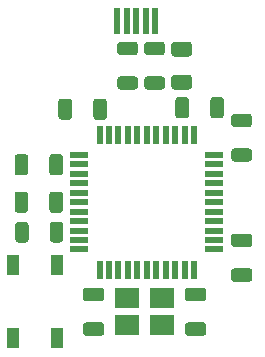
<source format=gbr>
%TF.GenerationSoftware,KiCad,Pcbnew,(5.1.7)-1*%
%TF.CreationDate,2020-10-25T17:01:22-04:00*%
%TF.ProjectId,keyboard_test,6b657962-6f61-4726-945f-746573742e6b,rev?*%
%TF.SameCoordinates,Original*%
%TF.FileFunction,Paste,Top*%
%TF.FilePolarity,Positive*%
%FSLAX46Y46*%
G04 Gerber Fmt 4.6, Leading zero omitted, Abs format (unit mm)*
G04 Created by KiCad (PCBNEW (5.1.7)-1) date 2020-10-25 17:01:22*
%MOMM*%
%LPD*%
G01*
G04 APERTURE LIST*
%ADD10R,2.100000X1.800000*%
%ADD11R,0.500000X2.250000*%
%ADD12R,0.550000X1.500000*%
%ADD13R,1.500000X0.550000*%
%ADD14R,1.100000X1.800000*%
G04 APERTURE END LIST*
D10*
%TO.C,Y1*%
X36279750Y-77858000D03*
X33379750Y-77858000D03*
X33379750Y-75558000D03*
X36279750Y-75558000D03*
%TD*%
D11*
%TO.C,USB1*%
X35731250Y-52125000D03*
X34931250Y-52125000D03*
X34131250Y-52125000D03*
X33331250Y-52125000D03*
X32531250Y-52125000D03*
%TD*%
D12*
%TO.C,U1*%
X31020250Y-61737000D03*
X31820250Y-61737000D03*
X32620250Y-61737000D03*
X33420250Y-61737000D03*
X34220250Y-61737000D03*
X35020250Y-61737000D03*
X35820250Y-61737000D03*
X36620250Y-61737000D03*
X37420250Y-61737000D03*
X38220250Y-61737000D03*
X39020250Y-61737000D03*
D13*
X40720250Y-63437000D03*
X40720250Y-64237000D03*
X40720250Y-65037000D03*
X40720250Y-65837000D03*
X40720250Y-66637000D03*
X40720250Y-67437000D03*
X40720250Y-68237000D03*
X40720250Y-69037000D03*
X40720250Y-69837000D03*
X40720250Y-70637000D03*
X40720250Y-71437000D03*
D12*
X39020250Y-73137000D03*
X38220250Y-73137000D03*
X37420250Y-73137000D03*
X36620250Y-73137000D03*
X35820250Y-73137000D03*
X35020250Y-73137000D03*
X34220250Y-73137000D03*
X33420250Y-73137000D03*
X32620250Y-73137000D03*
X31820250Y-73137000D03*
X31020250Y-73137000D03*
D13*
X29320250Y-71437000D03*
X29320250Y-70637000D03*
X29320250Y-69837000D03*
X29320250Y-69037000D03*
X29320250Y-68237000D03*
X29320250Y-67437000D03*
X29320250Y-66637000D03*
X29320250Y-65837000D03*
X29320250Y-65037000D03*
X29320250Y-64237000D03*
X29320250Y-63437000D03*
%TD*%
D14*
%TO.C,SW1*%
X23677000Y-72719000D03*
X27377000Y-78919000D03*
X27377000Y-72719000D03*
X23677000Y-78919000D03*
%TD*%
%TO.C,R4*%
G36*
G01*
X43678001Y-61076000D02*
X42427999Y-61076000D01*
G75*
G02*
X42178000Y-60826001I0J249999D01*
G01*
X42178000Y-60200999D01*
G75*
G02*
X42427999Y-59951000I249999J0D01*
G01*
X43678001Y-59951000D01*
G75*
G02*
X43928000Y-60200999I0J-249999D01*
G01*
X43928000Y-60826001D01*
G75*
G02*
X43678001Y-61076000I-249999J0D01*
G01*
G37*
G36*
G01*
X43678001Y-64001000D02*
X42427999Y-64001000D01*
G75*
G02*
X42178000Y-63751001I0J249999D01*
G01*
X42178000Y-63125999D01*
G75*
G02*
X42427999Y-62876000I249999J0D01*
G01*
X43678001Y-62876000D01*
G75*
G02*
X43928000Y-63125999I0J-249999D01*
G01*
X43928000Y-63751001D01*
G75*
G02*
X43678001Y-64001000I-249999J0D01*
G01*
G37*
%TD*%
%TO.C,R3*%
G36*
G01*
X35061999Y-56780000D02*
X36312001Y-56780000D01*
G75*
G02*
X36562000Y-57029999I0J-249999D01*
G01*
X36562000Y-57655001D01*
G75*
G02*
X36312001Y-57905000I-249999J0D01*
G01*
X35061999Y-57905000D01*
G75*
G02*
X34812000Y-57655001I0J249999D01*
G01*
X34812000Y-57029999D01*
G75*
G02*
X35061999Y-56780000I249999J0D01*
G01*
G37*
G36*
G01*
X35061999Y-53855000D02*
X36312001Y-53855000D01*
G75*
G02*
X36562000Y-54104999I0J-249999D01*
G01*
X36562000Y-54730001D01*
G75*
G02*
X36312001Y-54980000I-249999J0D01*
G01*
X35061999Y-54980000D01*
G75*
G02*
X34812000Y-54730001I0J249999D01*
G01*
X34812000Y-54104999D01*
G75*
G02*
X35061999Y-53855000I249999J0D01*
G01*
G37*
%TD*%
%TO.C,R2*%
G36*
G01*
X34026001Y-54980000D02*
X32775999Y-54980000D01*
G75*
G02*
X32526000Y-54730001I0J249999D01*
G01*
X32526000Y-54104999D01*
G75*
G02*
X32775999Y-53855000I249999J0D01*
G01*
X34026001Y-53855000D01*
G75*
G02*
X34276000Y-54104999I0J-249999D01*
G01*
X34276000Y-54730001D01*
G75*
G02*
X34026001Y-54980000I-249999J0D01*
G01*
G37*
G36*
G01*
X34026001Y-57905000D02*
X32775999Y-57905000D01*
G75*
G02*
X32526000Y-57655001I0J249999D01*
G01*
X32526000Y-57029999D01*
G75*
G02*
X32775999Y-56780000I249999J0D01*
G01*
X34026001Y-56780000D01*
G75*
G02*
X34276000Y-57029999I0J-249999D01*
G01*
X34276000Y-57655001D01*
G75*
G02*
X34026001Y-57905000I-249999J0D01*
G01*
G37*
%TD*%
%TO.C,R1*%
G36*
G01*
X26808000Y-70602001D02*
X26808000Y-69351999D01*
G75*
G02*
X27057999Y-69102000I249999J0D01*
G01*
X27683001Y-69102000D01*
G75*
G02*
X27933000Y-69351999I0J-249999D01*
G01*
X27933000Y-70602001D01*
G75*
G02*
X27683001Y-70852000I-249999J0D01*
G01*
X27057999Y-70852000D01*
G75*
G02*
X26808000Y-70602001I0J249999D01*
G01*
G37*
G36*
G01*
X23883000Y-70602001D02*
X23883000Y-69351999D01*
G75*
G02*
X24132999Y-69102000I249999J0D01*
G01*
X24758001Y-69102000D01*
G75*
G02*
X25008000Y-69351999I0J-249999D01*
G01*
X25008000Y-70602001D01*
G75*
G02*
X24758001Y-70852000I-249999J0D01*
G01*
X24132999Y-70852000D01*
G75*
G02*
X23883000Y-70602001I0J249999D01*
G01*
G37*
%TD*%
%TO.C,F1*%
G36*
G01*
X38598000Y-55105000D02*
X37348000Y-55105000D01*
G75*
G02*
X37098000Y-54855000I0J250000D01*
G01*
X37098000Y-54105000D01*
G75*
G02*
X37348000Y-53855000I250000J0D01*
G01*
X38598000Y-53855000D01*
G75*
G02*
X38848000Y-54105000I0J-250000D01*
G01*
X38848000Y-54855000D01*
G75*
G02*
X38598000Y-55105000I-250000J0D01*
G01*
G37*
G36*
G01*
X38598000Y-57905000D02*
X37348000Y-57905000D01*
G75*
G02*
X37098000Y-57655000I0J250000D01*
G01*
X37098000Y-56905000D01*
G75*
G02*
X37348000Y-56655000I250000J0D01*
G01*
X38598000Y-56655000D01*
G75*
G02*
X38848000Y-56905000I0J-250000D01*
G01*
X38848000Y-57655000D01*
G75*
G02*
X38598000Y-57905000I-250000J0D01*
G01*
G37*
%TD*%
%TO.C,C7*%
G36*
G01*
X24976250Y-66786999D02*
X24976250Y-68087001D01*
G75*
G02*
X24726251Y-68337000I-249999J0D01*
G01*
X24076249Y-68337000D01*
G75*
G02*
X23826250Y-68087001I0J249999D01*
G01*
X23826250Y-66786999D01*
G75*
G02*
X24076249Y-66537000I249999J0D01*
G01*
X24726251Y-66537000D01*
G75*
G02*
X24976250Y-66786999I0J-249999D01*
G01*
G37*
G36*
G01*
X27926250Y-66786999D02*
X27926250Y-68087001D01*
G75*
G02*
X27676251Y-68337000I-249999J0D01*
G01*
X27026249Y-68337000D01*
G75*
G02*
X26776250Y-68087001I0J249999D01*
G01*
X26776250Y-66786999D01*
G75*
G02*
X27026249Y-66537000I249999J0D01*
G01*
X27676251Y-66537000D01*
G75*
G02*
X27926250Y-66786999I0J-249999D01*
G01*
G37*
%TD*%
%TO.C,C6*%
G36*
G01*
X29861749Y-77608000D02*
X31161751Y-77608000D01*
G75*
G02*
X31411750Y-77857999I0J-249999D01*
G01*
X31411750Y-78508001D01*
G75*
G02*
X31161751Y-78758000I-249999J0D01*
G01*
X29861749Y-78758000D01*
G75*
G02*
X29611750Y-78508001I0J249999D01*
G01*
X29611750Y-77857999D01*
G75*
G02*
X29861749Y-77608000I249999J0D01*
G01*
G37*
G36*
G01*
X29861749Y-74658000D02*
X31161751Y-74658000D01*
G75*
G02*
X31411750Y-74907999I0J-249999D01*
G01*
X31411750Y-75558001D01*
G75*
G02*
X31161751Y-75808000I-249999J0D01*
G01*
X29861749Y-75808000D01*
G75*
G02*
X29611750Y-75558001I0J249999D01*
G01*
X29611750Y-74907999D01*
G75*
G02*
X29861749Y-74658000I249999J0D01*
G01*
G37*
%TD*%
%TO.C,C5*%
G36*
G01*
X39797751Y-75808000D02*
X38497749Y-75808000D01*
G75*
G02*
X38247750Y-75558001I0J249999D01*
G01*
X38247750Y-74907999D01*
G75*
G02*
X38497749Y-74658000I249999J0D01*
G01*
X39797751Y-74658000D01*
G75*
G02*
X40047750Y-74907999I0J-249999D01*
G01*
X40047750Y-75558001D01*
G75*
G02*
X39797751Y-75808000I-249999J0D01*
G01*
G37*
G36*
G01*
X39797751Y-78758000D02*
X38497749Y-78758000D01*
G75*
G02*
X38247750Y-78508001I0J249999D01*
G01*
X38247750Y-77857999D01*
G75*
G02*
X38497749Y-77608000I249999J0D01*
G01*
X39797751Y-77608000D01*
G75*
G02*
X40047750Y-77857999I0J-249999D01*
G01*
X40047750Y-78508001D01*
G75*
G02*
X39797751Y-78758000I-249999J0D01*
G01*
G37*
%TD*%
%TO.C,C4*%
G36*
G01*
X28691000Y-58912999D02*
X28691000Y-60213001D01*
G75*
G02*
X28441001Y-60463000I-249999J0D01*
G01*
X27790999Y-60463000D01*
G75*
G02*
X27541000Y-60213001I0J249999D01*
G01*
X27541000Y-58912999D01*
G75*
G02*
X27790999Y-58663000I249999J0D01*
G01*
X28441001Y-58663000D01*
G75*
G02*
X28691000Y-58912999I0J-249999D01*
G01*
G37*
G36*
G01*
X31641000Y-58912999D02*
X31641000Y-60213001D01*
G75*
G02*
X31391001Y-60463000I-249999J0D01*
G01*
X30740999Y-60463000D01*
G75*
G02*
X30491000Y-60213001I0J249999D01*
G01*
X30491000Y-58912999D01*
G75*
G02*
X30740999Y-58663000I249999J0D01*
G01*
X31391001Y-58663000D01*
G75*
G02*
X31641000Y-58912999I0J-249999D01*
G01*
G37*
%TD*%
%TO.C,C3*%
G36*
G01*
X42402999Y-73036000D02*
X43703001Y-73036000D01*
G75*
G02*
X43953000Y-73285999I0J-249999D01*
G01*
X43953000Y-73936001D01*
G75*
G02*
X43703001Y-74186000I-249999J0D01*
G01*
X42402999Y-74186000D01*
G75*
G02*
X42153000Y-73936001I0J249999D01*
G01*
X42153000Y-73285999D01*
G75*
G02*
X42402999Y-73036000I249999J0D01*
G01*
G37*
G36*
G01*
X42402999Y-70086000D02*
X43703001Y-70086000D01*
G75*
G02*
X43953000Y-70335999I0J-249999D01*
G01*
X43953000Y-70986001D01*
G75*
G02*
X43703001Y-71236000I-249999J0D01*
G01*
X42402999Y-71236000D01*
G75*
G02*
X42153000Y-70986001I0J249999D01*
G01*
X42153000Y-70335999D01*
G75*
G02*
X42402999Y-70086000I249999J0D01*
G01*
G37*
%TD*%
%TO.C,C2*%
G36*
G01*
X24976250Y-63611999D02*
X24976250Y-64912001D01*
G75*
G02*
X24726251Y-65162000I-249999J0D01*
G01*
X24076249Y-65162000D01*
G75*
G02*
X23826250Y-64912001I0J249999D01*
G01*
X23826250Y-63611999D01*
G75*
G02*
X24076249Y-63362000I249999J0D01*
G01*
X24726251Y-63362000D01*
G75*
G02*
X24976250Y-63611999I0J-249999D01*
G01*
G37*
G36*
G01*
X27926250Y-63611999D02*
X27926250Y-64912001D01*
G75*
G02*
X27676251Y-65162000I-249999J0D01*
G01*
X27026249Y-65162000D01*
G75*
G02*
X26776250Y-64912001I0J249999D01*
G01*
X26776250Y-63611999D01*
G75*
G02*
X27026249Y-63362000I249999J0D01*
G01*
X27676251Y-63362000D01*
G75*
G02*
X27926250Y-63611999I0J-249999D01*
G01*
G37*
%TD*%
%TO.C,C1*%
G36*
G01*
X40397000Y-60086001D02*
X40397000Y-58785999D01*
G75*
G02*
X40646999Y-58536000I249999J0D01*
G01*
X41297001Y-58536000D01*
G75*
G02*
X41547000Y-58785999I0J-249999D01*
G01*
X41547000Y-60086001D01*
G75*
G02*
X41297001Y-60336000I-249999J0D01*
G01*
X40646999Y-60336000D01*
G75*
G02*
X40397000Y-60086001I0J249999D01*
G01*
G37*
G36*
G01*
X37447000Y-60086001D02*
X37447000Y-58785999D01*
G75*
G02*
X37696999Y-58536000I249999J0D01*
G01*
X38347001Y-58536000D01*
G75*
G02*
X38597000Y-58785999I0J-249999D01*
G01*
X38597000Y-60086001D01*
G75*
G02*
X38347001Y-60336000I-249999J0D01*
G01*
X37696999Y-60336000D01*
G75*
G02*
X37447000Y-60086001I0J249999D01*
G01*
G37*
%TD*%
M02*

</source>
